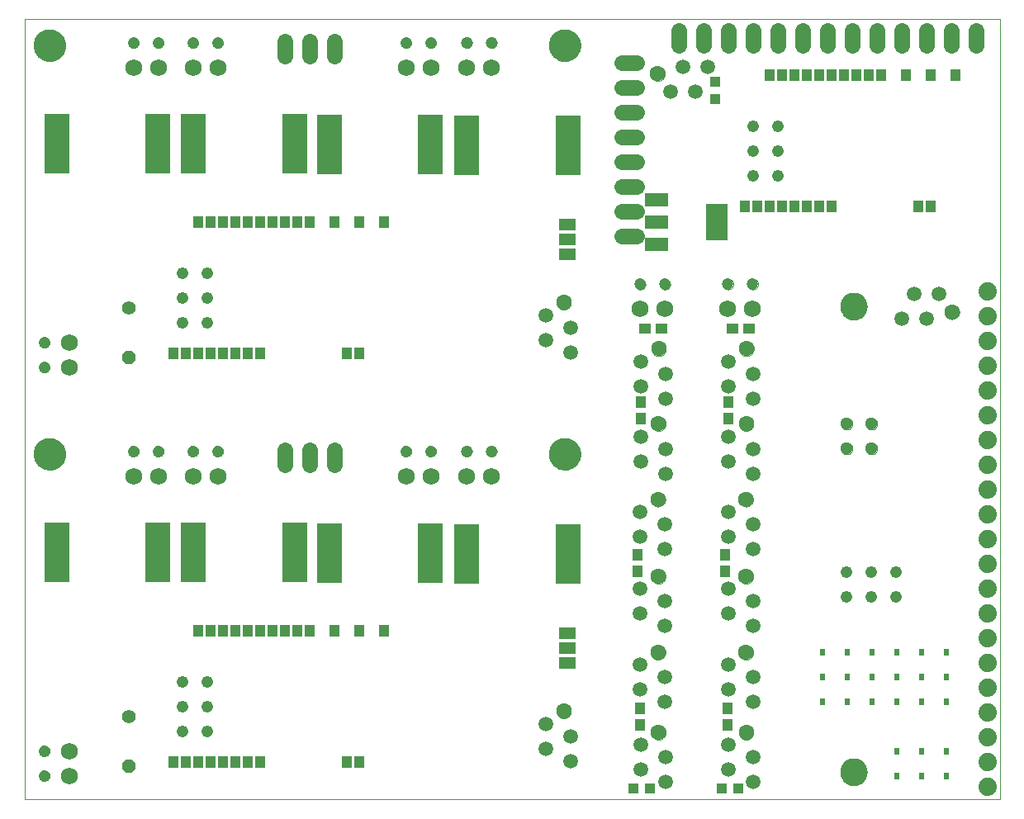
<source format=gbs>
G75*
G70*
%OFA0B0*%
%FSLAX24Y24*%
%IPPOS*%
%LPD*%
%AMOC8*
5,1,8,0,0,1.08239X$1,22.5*
%
%ADD10C,0.0000*%
%ADD11C,0.1300*%
%ADD12C,0.1103*%
%ADD13R,0.0200X0.0300*%
%ADD14R,0.0434X0.0512*%
%ADD15C,0.0476*%
%ADD16C,0.0594*%
%ADD17C,0.0631*%
%ADD18C,0.0690*%
%ADD19C,0.0473*%
%ADD20C,0.0640*%
%ADD21R,0.1024X0.2402*%
%ADD22R,0.0670X0.0500*%
%ADD23OC8,0.0560*%
%ADD24C,0.0560*%
%ADD25R,0.0440X0.0430*%
%ADD26R,0.0920X0.0520*%
%ADD27R,0.0906X0.1457*%
%ADD28C,0.0740*%
%ADD29C,0.0512*%
%ADD30R,0.0434X0.0473*%
%ADD31R,0.0430X0.0440*%
%ADD32R,0.0473X0.0434*%
D10*
X000534Y001683D02*
X000534Y033179D01*
X039904Y033179D01*
X039904Y001683D01*
X000534Y001683D01*
X001116Y002644D02*
X001118Y002673D01*
X001124Y002701D01*
X001133Y002729D01*
X001146Y002755D01*
X001163Y002778D01*
X001182Y002800D01*
X001204Y002819D01*
X001229Y002834D01*
X001255Y002847D01*
X001283Y002855D01*
X001311Y002860D01*
X001340Y002861D01*
X001369Y002858D01*
X001397Y002851D01*
X001424Y002841D01*
X001450Y002827D01*
X001473Y002810D01*
X001494Y002790D01*
X001512Y002767D01*
X001527Y002742D01*
X001538Y002715D01*
X001546Y002687D01*
X001550Y002658D01*
X001550Y002630D01*
X001546Y002601D01*
X001538Y002573D01*
X001527Y002546D01*
X001512Y002521D01*
X001494Y002498D01*
X001473Y002478D01*
X001450Y002461D01*
X001424Y002447D01*
X001397Y002437D01*
X001369Y002430D01*
X001340Y002427D01*
X001311Y002428D01*
X001283Y002433D01*
X001255Y002441D01*
X001229Y002454D01*
X001204Y002469D01*
X001182Y002488D01*
X001163Y002510D01*
X001146Y002533D01*
X001133Y002559D01*
X001124Y002587D01*
X001118Y002615D01*
X001116Y002644D01*
X001116Y003644D02*
X001118Y003673D01*
X001124Y003701D01*
X001133Y003729D01*
X001146Y003755D01*
X001163Y003778D01*
X001182Y003800D01*
X001204Y003819D01*
X001229Y003834D01*
X001255Y003847D01*
X001283Y003855D01*
X001311Y003860D01*
X001340Y003861D01*
X001369Y003858D01*
X001397Y003851D01*
X001424Y003841D01*
X001450Y003827D01*
X001473Y003810D01*
X001494Y003790D01*
X001512Y003767D01*
X001527Y003742D01*
X001538Y003715D01*
X001546Y003687D01*
X001550Y003658D01*
X001550Y003630D01*
X001546Y003601D01*
X001538Y003573D01*
X001527Y003546D01*
X001512Y003521D01*
X001494Y003498D01*
X001473Y003478D01*
X001450Y003461D01*
X001424Y003447D01*
X001397Y003437D01*
X001369Y003430D01*
X001340Y003427D01*
X001311Y003428D01*
X001283Y003433D01*
X001255Y003441D01*
X001229Y003454D01*
X001204Y003469D01*
X001182Y003488D01*
X001163Y003510D01*
X001146Y003533D01*
X001133Y003559D01*
X001124Y003587D01*
X001118Y003615D01*
X001116Y003644D01*
X000926Y015631D02*
X000928Y015681D01*
X000934Y015731D01*
X000944Y015780D01*
X000958Y015828D01*
X000975Y015875D01*
X000996Y015920D01*
X001021Y015964D01*
X001049Y016005D01*
X001081Y016044D01*
X001115Y016081D01*
X001152Y016115D01*
X001192Y016145D01*
X001234Y016172D01*
X001278Y016196D01*
X001324Y016217D01*
X001371Y016233D01*
X001419Y016246D01*
X001469Y016255D01*
X001518Y016260D01*
X001569Y016261D01*
X001619Y016258D01*
X001668Y016251D01*
X001717Y016240D01*
X001765Y016225D01*
X001811Y016207D01*
X001856Y016185D01*
X001899Y016159D01*
X001940Y016130D01*
X001979Y016098D01*
X002015Y016063D01*
X002047Y016025D01*
X002077Y015985D01*
X002104Y015942D01*
X002127Y015898D01*
X002146Y015852D01*
X002162Y015804D01*
X002174Y015755D01*
X002182Y015706D01*
X002186Y015656D01*
X002186Y015606D01*
X002182Y015556D01*
X002174Y015507D01*
X002162Y015458D01*
X002146Y015410D01*
X002127Y015364D01*
X002104Y015320D01*
X002077Y015277D01*
X002047Y015237D01*
X002015Y015199D01*
X001979Y015164D01*
X001940Y015132D01*
X001899Y015103D01*
X001856Y015077D01*
X001811Y015055D01*
X001765Y015037D01*
X001717Y015022D01*
X001668Y015011D01*
X001619Y015004D01*
X001569Y015001D01*
X001518Y015002D01*
X001469Y015007D01*
X001419Y015016D01*
X001371Y015029D01*
X001324Y015045D01*
X001278Y015066D01*
X001234Y015090D01*
X001192Y015117D01*
X001152Y015147D01*
X001115Y015181D01*
X001081Y015218D01*
X001049Y015257D01*
X001021Y015298D01*
X000996Y015342D01*
X000975Y015387D01*
X000958Y015434D01*
X000944Y015482D01*
X000934Y015531D01*
X000928Y015581D01*
X000926Y015631D01*
X001116Y019140D02*
X001118Y019169D01*
X001124Y019197D01*
X001133Y019225D01*
X001146Y019251D01*
X001163Y019274D01*
X001182Y019296D01*
X001204Y019315D01*
X001229Y019330D01*
X001255Y019343D01*
X001283Y019351D01*
X001311Y019356D01*
X001340Y019357D01*
X001369Y019354D01*
X001397Y019347D01*
X001424Y019337D01*
X001450Y019323D01*
X001473Y019306D01*
X001494Y019286D01*
X001512Y019263D01*
X001527Y019238D01*
X001538Y019211D01*
X001546Y019183D01*
X001550Y019154D01*
X001550Y019126D01*
X001546Y019097D01*
X001538Y019069D01*
X001527Y019042D01*
X001512Y019017D01*
X001494Y018994D01*
X001473Y018974D01*
X001450Y018957D01*
X001424Y018943D01*
X001397Y018933D01*
X001369Y018926D01*
X001340Y018923D01*
X001311Y018924D01*
X001283Y018929D01*
X001255Y018937D01*
X001229Y018950D01*
X001204Y018965D01*
X001182Y018984D01*
X001163Y019006D01*
X001146Y019029D01*
X001133Y019055D01*
X001124Y019083D01*
X001118Y019111D01*
X001116Y019140D01*
X001116Y020140D02*
X001118Y020169D01*
X001124Y020197D01*
X001133Y020225D01*
X001146Y020251D01*
X001163Y020274D01*
X001182Y020296D01*
X001204Y020315D01*
X001229Y020330D01*
X001255Y020343D01*
X001283Y020351D01*
X001311Y020356D01*
X001340Y020357D01*
X001369Y020354D01*
X001397Y020347D01*
X001424Y020337D01*
X001450Y020323D01*
X001473Y020306D01*
X001494Y020286D01*
X001512Y020263D01*
X001527Y020238D01*
X001538Y020211D01*
X001546Y020183D01*
X001550Y020154D01*
X001550Y020126D01*
X001546Y020097D01*
X001538Y020069D01*
X001527Y020042D01*
X001512Y020017D01*
X001494Y019994D01*
X001473Y019974D01*
X001450Y019957D01*
X001424Y019943D01*
X001397Y019933D01*
X001369Y019926D01*
X001340Y019923D01*
X001311Y019924D01*
X001283Y019929D01*
X001255Y019937D01*
X001229Y019950D01*
X001204Y019965D01*
X001182Y019984D01*
X001163Y020006D01*
X001146Y020029D01*
X001133Y020055D01*
X001124Y020083D01*
X001118Y020111D01*
X001116Y020140D01*
X004716Y015744D02*
X004718Y015773D01*
X004724Y015801D01*
X004733Y015829D01*
X004746Y015855D01*
X004763Y015878D01*
X004782Y015900D01*
X004804Y015919D01*
X004829Y015934D01*
X004855Y015947D01*
X004883Y015955D01*
X004911Y015960D01*
X004940Y015961D01*
X004969Y015958D01*
X004997Y015951D01*
X005024Y015941D01*
X005050Y015927D01*
X005073Y015910D01*
X005094Y015890D01*
X005112Y015867D01*
X005127Y015842D01*
X005138Y015815D01*
X005146Y015787D01*
X005150Y015758D01*
X005150Y015730D01*
X005146Y015701D01*
X005138Y015673D01*
X005127Y015646D01*
X005112Y015621D01*
X005094Y015598D01*
X005073Y015578D01*
X005050Y015561D01*
X005024Y015547D01*
X004997Y015537D01*
X004969Y015530D01*
X004940Y015527D01*
X004911Y015528D01*
X004883Y015533D01*
X004855Y015541D01*
X004829Y015554D01*
X004804Y015569D01*
X004782Y015588D01*
X004763Y015610D01*
X004746Y015633D01*
X004733Y015659D01*
X004724Y015687D01*
X004718Y015715D01*
X004716Y015744D01*
X005716Y015744D02*
X005718Y015773D01*
X005724Y015801D01*
X005733Y015829D01*
X005746Y015855D01*
X005763Y015878D01*
X005782Y015900D01*
X005804Y015919D01*
X005829Y015934D01*
X005855Y015947D01*
X005883Y015955D01*
X005911Y015960D01*
X005940Y015961D01*
X005969Y015958D01*
X005997Y015951D01*
X006024Y015941D01*
X006050Y015927D01*
X006073Y015910D01*
X006094Y015890D01*
X006112Y015867D01*
X006127Y015842D01*
X006138Y015815D01*
X006146Y015787D01*
X006150Y015758D01*
X006150Y015730D01*
X006146Y015701D01*
X006138Y015673D01*
X006127Y015646D01*
X006112Y015621D01*
X006094Y015598D01*
X006073Y015578D01*
X006050Y015561D01*
X006024Y015547D01*
X005997Y015537D01*
X005969Y015530D01*
X005940Y015527D01*
X005911Y015528D01*
X005883Y015533D01*
X005855Y015541D01*
X005829Y015554D01*
X005804Y015569D01*
X005782Y015588D01*
X005763Y015610D01*
X005746Y015633D01*
X005733Y015659D01*
X005724Y015687D01*
X005718Y015715D01*
X005716Y015744D01*
X007116Y015744D02*
X007118Y015773D01*
X007124Y015801D01*
X007133Y015829D01*
X007146Y015855D01*
X007163Y015878D01*
X007182Y015900D01*
X007204Y015919D01*
X007229Y015934D01*
X007255Y015947D01*
X007283Y015955D01*
X007311Y015960D01*
X007340Y015961D01*
X007369Y015958D01*
X007397Y015951D01*
X007424Y015941D01*
X007450Y015927D01*
X007473Y015910D01*
X007494Y015890D01*
X007512Y015867D01*
X007527Y015842D01*
X007538Y015815D01*
X007546Y015787D01*
X007550Y015758D01*
X007550Y015730D01*
X007546Y015701D01*
X007538Y015673D01*
X007527Y015646D01*
X007512Y015621D01*
X007494Y015598D01*
X007473Y015578D01*
X007450Y015561D01*
X007424Y015547D01*
X007397Y015537D01*
X007369Y015530D01*
X007340Y015527D01*
X007311Y015528D01*
X007283Y015533D01*
X007255Y015541D01*
X007229Y015554D01*
X007204Y015569D01*
X007182Y015588D01*
X007163Y015610D01*
X007146Y015633D01*
X007133Y015659D01*
X007124Y015687D01*
X007118Y015715D01*
X007116Y015744D01*
X008116Y015744D02*
X008118Y015773D01*
X008124Y015801D01*
X008133Y015829D01*
X008146Y015855D01*
X008163Y015878D01*
X008182Y015900D01*
X008204Y015919D01*
X008229Y015934D01*
X008255Y015947D01*
X008283Y015955D01*
X008311Y015960D01*
X008340Y015961D01*
X008369Y015958D01*
X008397Y015951D01*
X008424Y015941D01*
X008450Y015927D01*
X008473Y015910D01*
X008494Y015890D01*
X008512Y015867D01*
X008527Y015842D01*
X008538Y015815D01*
X008546Y015787D01*
X008550Y015758D01*
X008550Y015730D01*
X008546Y015701D01*
X008538Y015673D01*
X008527Y015646D01*
X008512Y015621D01*
X008494Y015598D01*
X008473Y015578D01*
X008450Y015561D01*
X008424Y015547D01*
X008397Y015537D01*
X008369Y015530D01*
X008340Y015527D01*
X008311Y015528D01*
X008283Y015533D01*
X008255Y015541D01*
X008229Y015554D01*
X008204Y015569D01*
X008182Y015588D01*
X008163Y015610D01*
X008146Y015633D01*
X008133Y015659D01*
X008124Y015687D01*
X008118Y015715D01*
X008116Y015744D01*
X015716Y015744D02*
X015718Y015773D01*
X015724Y015801D01*
X015733Y015829D01*
X015746Y015855D01*
X015763Y015878D01*
X015782Y015900D01*
X015804Y015919D01*
X015829Y015934D01*
X015855Y015947D01*
X015883Y015955D01*
X015911Y015960D01*
X015940Y015961D01*
X015969Y015958D01*
X015997Y015951D01*
X016024Y015941D01*
X016050Y015927D01*
X016073Y015910D01*
X016094Y015890D01*
X016112Y015867D01*
X016127Y015842D01*
X016138Y015815D01*
X016146Y015787D01*
X016150Y015758D01*
X016150Y015730D01*
X016146Y015701D01*
X016138Y015673D01*
X016127Y015646D01*
X016112Y015621D01*
X016094Y015598D01*
X016073Y015578D01*
X016050Y015561D01*
X016024Y015547D01*
X015997Y015537D01*
X015969Y015530D01*
X015940Y015527D01*
X015911Y015528D01*
X015883Y015533D01*
X015855Y015541D01*
X015829Y015554D01*
X015804Y015569D01*
X015782Y015588D01*
X015763Y015610D01*
X015746Y015633D01*
X015733Y015659D01*
X015724Y015687D01*
X015718Y015715D01*
X015716Y015744D01*
X016716Y015744D02*
X016718Y015773D01*
X016724Y015801D01*
X016733Y015829D01*
X016746Y015855D01*
X016763Y015878D01*
X016782Y015900D01*
X016804Y015919D01*
X016829Y015934D01*
X016855Y015947D01*
X016883Y015955D01*
X016911Y015960D01*
X016940Y015961D01*
X016969Y015958D01*
X016997Y015951D01*
X017024Y015941D01*
X017050Y015927D01*
X017073Y015910D01*
X017094Y015890D01*
X017112Y015867D01*
X017127Y015842D01*
X017138Y015815D01*
X017146Y015787D01*
X017150Y015758D01*
X017150Y015730D01*
X017146Y015701D01*
X017138Y015673D01*
X017127Y015646D01*
X017112Y015621D01*
X017094Y015598D01*
X017073Y015578D01*
X017050Y015561D01*
X017024Y015547D01*
X016997Y015537D01*
X016969Y015530D01*
X016940Y015527D01*
X016911Y015528D01*
X016883Y015533D01*
X016855Y015541D01*
X016829Y015554D01*
X016804Y015569D01*
X016782Y015588D01*
X016763Y015610D01*
X016746Y015633D01*
X016733Y015659D01*
X016724Y015687D01*
X016718Y015715D01*
X016716Y015744D01*
X018166Y015744D02*
X018168Y015773D01*
X018174Y015801D01*
X018183Y015829D01*
X018196Y015855D01*
X018213Y015878D01*
X018232Y015900D01*
X018254Y015919D01*
X018279Y015934D01*
X018305Y015947D01*
X018333Y015955D01*
X018361Y015960D01*
X018390Y015961D01*
X018419Y015958D01*
X018447Y015951D01*
X018474Y015941D01*
X018500Y015927D01*
X018523Y015910D01*
X018544Y015890D01*
X018562Y015867D01*
X018577Y015842D01*
X018588Y015815D01*
X018596Y015787D01*
X018600Y015758D01*
X018600Y015730D01*
X018596Y015701D01*
X018588Y015673D01*
X018577Y015646D01*
X018562Y015621D01*
X018544Y015598D01*
X018523Y015578D01*
X018500Y015561D01*
X018474Y015547D01*
X018447Y015537D01*
X018419Y015530D01*
X018390Y015527D01*
X018361Y015528D01*
X018333Y015533D01*
X018305Y015541D01*
X018279Y015554D01*
X018254Y015569D01*
X018232Y015588D01*
X018213Y015610D01*
X018196Y015633D01*
X018183Y015659D01*
X018174Y015687D01*
X018168Y015715D01*
X018166Y015744D01*
X019166Y015744D02*
X019168Y015773D01*
X019174Y015801D01*
X019183Y015829D01*
X019196Y015855D01*
X019213Y015878D01*
X019232Y015900D01*
X019254Y015919D01*
X019279Y015934D01*
X019305Y015947D01*
X019333Y015955D01*
X019361Y015960D01*
X019390Y015961D01*
X019419Y015958D01*
X019447Y015951D01*
X019474Y015941D01*
X019500Y015927D01*
X019523Y015910D01*
X019544Y015890D01*
X019562Y015867D01*
X019577Y015842D01*
X019588Y015815D01*
X019596Y015787D01*
X019600Y015758D01*
X019600Y015730D01*
X019596Y015701D01*
X019588Y015673D01*
X019577Y015646D01*
X019562Y015621D01*
X019544Y015598D01*
X019523Y015578D01*
X019500Y015561D01*
X019474Y015547D01*
X019447Y015537D01*
X019419Y015530D01*
X019390Y015527D01*
X019361Y015528D01*
X019333Y015533D01*
X019305Y015541D01*
X019279Y015554D01*
X019254Y015569D01*
X019232Y015588D01*
X019213Y015610D01*
X019196Y015633D01*
X019183Y015659D01*
X019174Y015687D01*
X019168Y015715D01*
X019166Y015744D01*
X021714Y015631D02*
X021716Y015681D01*
X021722Y015731D01*
X021732Y015780D01*
X021746Y015828D01*
X021763Y015875D01*
X021784Y015920D01*
X021809Y015964D01*
X021837Y016005D01*
X021869Y016044D01*
X021903Y016081D01*
X021940Y016115D01*
X021980Y016145D01*
X022022Y016172D01*
X022066Y016196D01*
X022112Y016217D01*
X022159Y016233D01*
X022207Y016246D01*
X022257Y016255D01*
X022306Y016260D01*
X022357Y016261D01*
X022407Y016258D01*
X022456Y016251D01*
X022505Y016240D01*
X022553Y016225D01*
X022599Y016207D01*
X022644Y016185D01*
X022687Y016159D01*
X022728Y016130D01*
X022767Y016098D01*
X022803Y016063D01*
X022835Y016025D01*
X022865Y015985D01*
X022892Y015942D01*
X022915Y015898D01*
X022934Y015852D01*
X022950Y015804D01*
X022962Y015755D01*
X022970Y015706D01*
X022974Y015656D01*
X022974Y015606D01*
X022970Y015556D01*
X022962Y015507D01*
X022950Y015458D01*
X022934Y015410D01*
X022915Y015364D01*
X022892Y015320D01*
X022865Y015277D01*
X022835Y015237D01*
X022803Y015199D01*
X022767Y015164D01*
X022728Y015132D01*
X022687Y015103D01*
X022644Y015077D01*
X022599Y015055D01*
X022553Y015037D01*
X022505Y015022D01*
X022456Y015011D01*
X022407Y015004D01*
X022357Y015001D01*
X022306Y015002D01*
X022257Y015007D01*
X022207Y015016D01*
X022159Y015029D01*
X022112Y015045D01*
X022066Y015066D01*
X022022Y015090D01*
X021980Y015117D01*
X021940Y015147D01*
X021903Y015181D01*
X021869Y015218D01*
X021837Y015257D01*
X021809Y015298D01*
X021784Y015342D01*
X021763Y015387D01*
X021746Y015434D01*
X021732Y015482D01*
X021722Y015531D01*
X021716Y015581D01*
X021714Y015631D01*
X025832Y016853D02*
X025834Y016887D01*
X025840Y016921D01*
X025850Y016954D01*
X025863Y016985D01*
X025881Y017015D01*
X025901Y017043D01*
X025925Y017068D01*
X025951Y017090D01*
X025979Y017108D01*
X026010Y017124D01*
X026042Y017136D01*
X026076Y017144D01*
X026110Y017148D01*
X026144Y017148D01*
X026178Y017144D01*
X026212Y017136D01*
X026244Y017124D01*
X026274Y017108D01*
X026303Y017090D01*
X026329Y017068D01*
X026353Y017043D01*
X026373Y017015D01*
X026391Y016985D01*
X026404Y016954D01*
X026414Y016921D01*
X026420Y016887D01*
X026422Y016853D01*
X026420Y016819D01*
X026414Y016785D01*
X026404Y016752D01*
X026391Y016721D01*
X026373Y016691D01*
X026353Y016663D01*
X026329Y016638D01*
X026303Y016616D01*
X026275Y016598D01*
X026244Y016582D01*
X026212Y016570D01*
X026178Y016562D01*
X026144Y016558D01*
X026110Y016558D01*
X026076Y016562D01*
X026042Y016570D01*
X026010Y016582D01*
X025979Y016598D01*
X025951Y016616D01*
X025925Y016638D01*
X025901Y016663D01*
X025881Y016691D01*
X025863Y016721D01*
X025850Y016752D01*
X025840Y016785D01*
X025834Y016819D01*
X025832Y016853D01*
X025841Y019882D02*
X025843Y019916D01*
X025849Y019950D01*
X025859Y019983D01*
X025872Y020014D01*
X025890Y020044D01*
X025910Y020072D01*
X025934Y020097D01*
X025960Y020119D01*
X025988Y020137D01*
X026019Y020153D01*
X026051Y020165D01*
X026085Y020173D01*
X026119Y020177D01*
X026153Y020177D01*
X026187Y020173D01*
X026221Y020165D01*
X026253Y020153D01*
X026283Y020137D01*
X026312Y020119D01*
X026338Y020097D01*
X026362Y020072D01*
X026382Y020044D01*
X026400Y020014D01*
X026413Y019983D01*
X026423Y019950D01*
X026429Y019916D01*
X026431Y019882D01*
X026429Y019848D01*
X026423Y019814D01*
X026413Y019781D01*
X026400Y019750D01*
X026382Y019720D01*
X026362Y019692D01*
X026338Y019667D01*
X026312Y019645D01*
X026284Y019627D01*
X026253Y019611D01*
X026221Y019599D01*
X026187Y019591D01*
X026153Y019587D01*
X026119Y019587D01*
X026085Y019591D01*
X026051Y019599D01*
X026019Y019611D01*
X025988Y019627D01*
X025960Y019645D01*
X025934Y019667D01*
X025910Y019692D01*
X025890Y019720D01*
X025872Y019750D01*
X025859Y019781D01*
X025849Y019814D01*
X025843Y019848D01*
X025841Y019882D01*
X025168Y022491D02*
X025170Y022520D01*
X025176Y022548D01*
X025185Y022576D01*
X025198Y022602D01*
X025215Y022625D01*
X025234Y022647D01*
X025256Y022666D01*
X025281Y022681D01*
X025307Y022694D01*
X025335Y022702D01*
X025363Y022707D01*
X025392Y022708D01*
X025421Y022705D01*
X025449Y022698D01*
X025476Y022688D01*
X025502Y022674D01*
X025525Y022657D01*
X025546Y022637D01*
X025564Y022614D01*
X025579Y022589D01*
X025590Y022562D01*
X025598Y022534D01*
X025602Y022505D01*
X025602Y022477D01*
X025598Y022448D01*
X025590Y022420D01*
X025579Y022393D01*
X025564Y022368D01*
X025546Y022345D01*
X025525Y022325D01*
X025502Y022308D01*
X025476Y022294D01*
X025449Y022284D01*
X025421Y022277D01*
X025392Y022274D01*
X025363Y022275D01*
X025335Y022280D01*
X025307Y022288D01*
X025281Y022301D01*
X025256Y022316D01*
X025234Y022335D01*
X025215Y022357D01*
X025198Y022380D01*
X025185Y022406D01*
X025176Y022434D01*
X025170Y022462D01*
X025168Y022491D01*
X026168Y022491D02*
X026170Y022520D01*
X026176Y022548D01*
X026185Y022576D01*
X026198Y022602D01*
X026215Y022625D01*
X026234Y022647D01*
X026256Y022666D01*
X026281Y022681D01*
X026307Y022694D01*
X026335Y022702D01*
X026363Y022707D01*
X026392Y022708D01*
X026421Y022705D01*
X026449Y022698D01*
X026476Y022688D01*
X026502Y022674D01*
X026525Y022657D01*
X026546Y022637D01*
X026564Y022614D01*
X026579Y022589D01*
X026590Y022562D01*
X026598Y022534D01*
X026602Y022505D01*
X026602Y022477D01*
X026598Y022448D01*
X026590Y022420D01*
X026579Y022393D01*
X026564Y022368D01*
X026546Y022345D01*
X026525Y022325D01*
X026502Y022308D01*
X026476Y022294D01*
X026449Y022284D01*
X026421Y022277D01*
X026392Y022274D01*
X026363Y022275D01*
X026335Y022280D01*
X026307Y022288D01*
X026281Y022301D01*
X026256Y022316D01*
X026234Y022335D01*
X026215Y022357D01*
X026198Y022380D01*
X026185Y022406D01*
X026176Y022434D01*
X026170Y022462D01*
X026168Y022491D01*
X028711Y022491D02*
X028713Y022520D01*
X028719Y022548D01*
X028728Y022576D01*
X028741Y022602D01*
X028758Y022625D01*
X028777Y022647D01*
X028799Y022666D01*
X028824Y022681D01*
X028850Y022694D01*
X028878Y022702D01*
X028906Y022707D01*
X028935Y022708D01*
X028964Y022705D01*
X028992Y022698D01*
X029019Y022688D01*
X029045Y022674D01*
X029068Y022657D01*
X029089Y022637D01*
X029107Y022614D01*
X029122Y022589D01*
X029133Y022562D01*
X029141Y022534D01*
X029145Y022505D01*
X029145Y022477D01*
X029141Y022448D01*
X029133Y022420D01*
X029122Y022393D01*
X029107Y022368D01*
X029089Y022345D01*
X029068Y022325D01*
X029045Y022308D01*
X029019Y022294D01*
X028992Y022284D01*
X028964Y022277D01*
X028935Y022274D01*
X028906Y022275D01*
X028878Y022280D01*
X028850Y022288D01*
X028824Y022301D01*
X028799Y022316D01*
X028777Y022335D01*
X028758Y022357D01*
X028741Y022380D01*
X028728Y022406D01*
X028719Y022434D01*
X028713Y022462D01*
X028711Y022491D01*
X029711Y022491D02*
X029713Y022520D01*
X029719Y022548D01*
X029728Y022576D01*
X029741Y022602D01*
X029758Y022625D01*
X029777Y022647D01*
X029799Y022666D01*
X029824Y022681D01*
X029850Y022694D01*
X029878Y022702D01*
X029906Y022707D01*
X029935Y022708D01*
X029964Y022705D01*
X029992Y022698D01*
X030019Y022688D01*
X030045Y022674D01*
X030068Y022657D01*
X030089Y022637D01*
X030107Y022614D01*
X030122Y022589D01*
X030133Y022562D01*
X030141Y022534D01*
X030145Y022505D01*
X030145Y022477D01*
X030141Y022448D01*
X030133Y022420D01*
X030122Y022393D01*
X030107Y022368D01*
X030089Y022345D01*
X030068Y022325D01*
X030045Y022308D01*
X030019Y022294D01*
X029992Y022284D01*
X029964Y022277D01*
X029935Y022274D01*
X029906Y022275D01*
X029878Y022280D01*
X029850Y022288D01*
X029824Y022301D01*
X029799Y022316D01*
X029777Y022335D01*
X029758Y022357D01*
X029741Y022380D01*
X029728Y022406D01*
X029719Y022434D01*
X029713Y022462D01*
X029711Y022491D01*
X029385Y019882D02*
X029387Y019916D01*
X029393Y019950D01*
X029403Y019983D01*
X029416Y020014D01*
X029434Y020044D01*
X029454Y020072D01*
X029478Y020097D01*
X029504Y020119D01*
X029532Y020137D01*
X029563Y020153D01*
X029595Y020165D01*
X029629Y020173D01*
X029663Y020177D01*
X029697Y020177D01*
X029731Y020173D01*
X029765Y020165D01*
X029797Y020153D01*
X029827Y020137D01*
X029856Y020119D01*
X029882Y020097D01*
X029906Y020072D01*
X029926Y020044D01*
X029944Y020014D01*
X029957Y019983D01*
X029967Y019950D01*
X029973Y019916D01*
X029975Y019882D01*
X029973Y019848D01*
X029967Y019814D01*
X029957Y019781D01*
X029944Y019750D01*
X029926Y019720D01*
X029906Y019692D01*
X029882Y019667D01*
X029856Y019645D01*
X029828Y019627D01*
X029797Y019611D01*
X029765Y019599D01*
X029731Y019591D01*
X029697Y019587D01*
X029663Y019587D01*
X029629Y019591D01*
X029595Y019599D01*
X029563Y019611D01*
X029532Y019627D01*
X029504Y019645D01*
X029478Y019667D01*
X029454Y019692D01*
X029434Y019720D01*
X029416Y019750D01*
X029403Y019781D01*
X029393Y019814D01*
X029387Y019848D01*
X029385Y019882D01*
X029376Y016853D02*
X029378Y016887D01*
X029384Y016921D01*
X029394Y016954D01*
X029407Y016985D01*
X029425Y017015D01*
X029445Y017043D01*
X029469Y017068D01*
X029495Y017090D01*
X029523Y017108D01*
X029554Y017124D01*
X029586Y017136D01*
X029620Y017144D01*
X029654Y017148D01*
X029688Y017148D01*
X029722Y017144D01*
X029756Y017136D01*
X029788Y017124D01*
X029818Y017108D01*
X029847Y017090D01*
X029873Y017068D01*
X029897Y017043D01*
X029917Y017015D01*
X029935Y016985D01*
X029948Y016954D01*
X029958Y016921D01*
X029964Y016887D01*
X029966Y016853D01*
X029964Y016819D01*
X029958Y016785D01*
X029948Y016752D01*
X029935Y016721D01*
X029917Y016691D01*
X029897Y016663D01*
X029873Y016638D01*
X029847Y016616D01*
X029819Y016598D01*
X029788Y016582D01*
X029756Y016570D01*
X029722Y016562D01*
X029688Y016558D01*
X029654Y016558D01*
X029620Y016562D01*
X029586Y016570D01*
X029554Y016582D01*
X029523Y016598D01*
X029495Y016616D01*
X029469Y016638D01*
X029445Y016663D01*
X029425Y016691D01*
X029407Y016721D01*
X029394Y016752D01*
X029384Y016785D01*
X029378Y016819D01*
X029376Y016853D01*
X029359Y013804D02*
X029361Y013838D01*
X029367Y013872D01*
X029377Y013905D01*
X029390Y013936D01*
X029408Y013966D01*
X029428Y013994D01*
X029452Y014019D01*
X029478Y014041D01*
X029506Y014059D01*
X029537Y014075D01*
X029569Y014087D01*
X029603Y014095D01*
X029637Y014099D01*
X029671Y014099D01*
X029705Y014095D01*
X029739Y014087D01*
X029771Y014075D01*
X029801Y014059D01*
X029830Y014041D01*
X029856Y014019D01*
X029880Y013994D01*
X029900Y013966D01*
X029918Y013936D01*
X029931Y013905D01*
X029941Y013872D01*
X029947Y013838D01*
X029949Y013804D01*
X029947Y013770D01*
X029941Y013736D01*
X029931Y013703D01*
X029918Y013672D01*
X029900Y013642D01*
X029880Y013614D01*
X029856Y013589D01*
X029830Y013567D01*
X029802Y013549D01*
X029771Y013533D01*
X029739Y013521D01*
X029705Y013513D01*
X029671Y013509D01*
X029637Y013509D01*
X029603Y013513D01*
X029569Y013521D01*
X029537Y013533D01*
X029506Y013549D01*
X029478Y013567D01*
X029452Y013589D01*
X029428Y013614D01*
X029408Y013642D01*
X029390Y013672D01*
X029377Y013703D01*
X029367Y013736D01*
X029361Y013770D01*
X029359Y013804D01*
X025816Y013804D02*
X025818Y013838D01*
X025824Y013872D01*
X025834Y013905D01*
X025847Y013936D01*
X025865Y013966D01*
X025885Y013994D01*
X025909Y014019D01*
X025935Y014041D01*
X025963Y014059D01*
X025994Y014075D01*
X026026Y014087D01*
X026060Y014095D01*
X026094Y014099D01*
X026128Y014099D01*
X026162Y014095D01*
X026196Y014087D01*
X026228Y014075D01*
X026258Y014059D01*
X026287Y014041D01*
X026313Y014019D01*
X026337Y013994D01*
X026357Y013966D01*
X026375Y013936D01*
X026388Y013905D01*
X026398Y013872D01*
X026404Y013838D01*
X026406Y013804D01*
X026404Y013770D01*
X026398Y013736D01*
X026388Y013703D01*
X026375Y013672D01*
X026357Y013642D01*
X026337Y013614D01*
X026313Y013589D01*
X026287Y013567D01*
X026259Y013549D01*
X026228Y013533D01*
X026196Y013521D01*
X026162Y013513D01*
X026128Y013509D01*
X026094Y013509D01*
X026060Y013513D01*
X026026Y013521D01*
X025994Y013533D01*
X025963Y013549D01*
X025935Y013567D01*
X025909Y013589D01*
X025885Y013614D01*
X025865Y013642D01*
X025847Y013672D01*
X025834Y013703D01*
X025824Y013736D01*
X025818Y013770D01*
X025816Y013804D01*
X025826Y010694D02*
X025828Y010728D01*
X025834Y010762D01*
X025844Y010795D01*
X025857Y010826D01*
X025875Y010856D01*
X025895Y010884D01*
X025919Y010909D01*
X025945Y010931D01*
X025973Y010949D01*
X026004Y010965D01*
X026036Y010977D01*
X026070Y010985D01*
X026104Y010989D01*
X026138Y010989D01*
X026172Y010985D01*
X026206Y010977D01*
X026238Y010965D01*
X026268Y010949D01*
X026297Y010931D01*
X026323Y010909D01*
X026347Y010884D01*
X026367Y010856D01*
X026385Y010826D01*
X026398Y010795D01*
X026408Y010762D01*
X026414Y010728D01*
X026416Y010694D01*
X026414Y010660D01*
X026408Y010626D01*
X026398Y010593D01*
X026385Y010562D01*
X026367Y010532D01*
X026347Y010504D01*
X026323Y010479D01*
X026297Y010457D01*
X026269Y010439D01*
X026238Y010423D01*
X026206Y010411D01*
X026172Y010403D01*
X026138Y010399D01*
X026104Y010399D01*
X026070Y010403D01*
X026036Y010411D01*
X026004Y010423D01*
X025973Y010439D01*
X025945Y010457D01*
X025919Y010479D01*
X025895Y010504D01*
X025875Y010532D01*
X025857Y010562D01*
X025844Y010593D01*
X025834Y010626D01*
X025828Y010660D01*
X025826Y010694D01*
X025818Y007623D02*
X025820Y007657D01*
X025826Y007691D01*
X025836Y007724D01*
X025849Y007755D01*
X025867Y007785D01*
X025887Y007813D01*
X025911Y007838D01*
X025937Y007860D01*
X025965Y007878D01*
X025996Y007894D01*
X026028Y007906D01*
X026062Y007914D01*
X026096Y007918D01*
X026130Y007918D01*
X026164Y007914D01*
X026198Y007906D01*
X026230Y007894D01*
X026260Y007878D01*
X026289Y007860D01*
X026315Y007838D01*
X026339Y007813D01*
X026359Y007785D01*
X026377Y007755D01*
X026390Y007724D01*
X026400Y007691D01*
X026406Y007657D01*
X026408Y007623D01*
X026406Y007589D01*
X026400Y007555D01*
X026390Y007522D01*
X026377Y007491D01*
X026359Y007461D01*
X026339Y007433D01*
X026315Y007408D01*
X026289Y007386D01*
X026261Y007368D01*
X026230Y007352D01*
X026198Y007340D01*
X026164Y007332D01*
X026130Y007328D01*
X026096Y007328D01*
X026062Y007332D01*
X026028Y007340D01*
X025996Y007352D01*
X025965Y007368D01*
X025937Y007386D01*
X025911Y007408D01*
X025887Y007433D01*
X025867Y007461D01*
X025849Y007491D01*
X025836Y007522D01*
X025826Y007555D01*
X025820Y007589D01*
X025818Y007623D01*
X022009Y005254D02*
X022011Y005288D01*
X022017Y005322D01*
X022027Y005355D01*
X022040Y005386D01*
X022058Y005416D01*
X022078Y005444D01*
X022102Y005469D01*
X022128Y005491D01*
X022156Y005509D01*
X022187Y005525D01*
X022219Y005537D01*
X022253Y005545D01*
X022287Y005549D01*
X022321Y005549D01*
X022355Y005545D01*
X022389Y005537D01*
X022421Y005525D01*
X022451Y005509D01*
X022480Y005491D01*
X022506Y005469D01*
X022530Y005444D01*
X022550Y005416D01*
X022568Y005386D01*
X022581Y005355D01*
X022591Y005322D01*
X022597Y005288D01*
X022599Y005254D01*
X022597Y005220D01*
X022591Y005186D01*
X022581Y005153D01*
X022568Y005122D01*
X022550Y005092D01*
X022530Y005064D01*
X022506Y005039D01*
X022480Y005017D01*
X022452Y004999D01*
X022421Y004983D01*
X022389Y004971D01*
X022355Y004963D01*
X022321Y004959D01*
X022287Y004959D01*
X022253Y004963D01*
X022219Y004971D01*
X022187Y004983D01*
X022156Y004999D01*
X022128Y005017D01*
X022102Y005039D01*
X022078Y005064D01*
X022058Y005092D01*
X022040Y005122D01*
X022027Y005153D01*
X022017Y005186D01*
X022011Y005220D01*
X022009Y005254D01*
X025828Y004395D02*
X025830Y004429D01*
X025836Y004463D01*
X025846Y004496D01*
X025859Y004527D01*
X025877Y004557D01*
X025897Y004585D01*
X025921Y004610D01*
X025947Y004632D01*
X025975Y004650D01*
X026006Y004666D01*
X026038Y004678D01*
X026072Y004686D01*
X026106Y004690D01*
X026140Y004690D01*
X026174Y004686D01*
X026208Y004678D01*
X026240Y004666D01*
X026270Y004650D01*
X026299Y004632D01*
X026325Y004610D01*
X026349Y004585D01*
X026369Y004557D01*
X026387Y004527D01*
X026400Y004496D01*
X026410Y004463D01*
X026416Y004429D01*
X026418Y004395D01*
X026416Y004361D01*
X026410Y004327D01*
X026400Y004294D01*
X026387Y004263D01*
X026369Y004233D01*
X026349Y004205D01*
X026325Y004180D01*
X026299Y004158D01*
X026271Y004140D01*
X026240Y004124D01*
X026208Y004112D01*
X026174Y004104D01*
X026140Y004100D01*
X026106Y004100D01*
X026072Y004104D01*
X026038Y004112D01*
X026006Y004124D01*
X025975Y004140D01*
X025947Y004158D01*
X025921Y004180D01*
X025897Y004205D01*
X025877Y004233D01*
X025859Y004263D01*
X025846Y004294D01*
X025836Y004327D01*
X025830Y004361D01*
X025828Y004395D01*
X029372Y004395D02*
X029374Y004429D01*
X029380Y004463D01*
X029390Y004496D01*
X029403Y004527D01*
X029421Y004557D01*
X029441Y004585D01*
X029465Y004610D01*
X029491Y004632D01*
X029519Y004650D01*
X029550Y004666D01*
X029582Y004678D01*
X029616Y004686D01*
X029650Y004690D01*
X029684Y004690D01*
X029718Y004686D01*
X029752Y004678D01*
X029784Y004666D01*
X029814Y004650D01*
X029843Y004632D01*
X029869Y004610D01*
X029893Y004585D01*
X029913Y004557D01*
X029931Y004527D01*
X029944Y004496D01*
X029954Y004463D01*
X029960Y004429D01*
X029962Y004395D01*
X029960Y004361D01*
X029954Y004327D01*
X029944Y004294D01*
X029931Y004263D01*
X029913Y004233D01*
X029893Y004205D01*
X029869Y004180D01*
X029843Y004158D01*
X029815Y004140D01*
X029784Y004124D01*
X029752Y004112D01*
X029718Y004104D01*
X029684Y004100D01*
X029650Y004100D01*
X029616Y004104D01*
X029582Y004112D01*
X029550Y004124D01*
X029519Y004140D01*
X029491Y004158D01*
X029465Y004180D01*
X029441Y004205D01*
X029421Y004233D01*
X029403Y004263D01*
X029390Y004294D01*
X029380Y004327D01*
X029374Y004361D01*
X029372Y004395D01*
X029362Y007623D02*
X029364Y007657D01*
X029370Y007691D01*
X029380Y007724D01*
X029393Y007755D01*
X029411Y007785D01*
X029431Y007813D01*
X029455Y007838D01*
X029481Y007860D01*
X029509Y007878D01*
X029540Y007894D01*
X029572Y007906D01*
X029606Y007914D01*
X029640Y007918D01*
X029674Y007918D01*
X029708Y007914D01*
X029742Y007906D01*
X029774Y007894D01*
X029804Y007878D01*
X029833Y007860D01*
X029859Y007838D01*
X029883Y007813D01*
X029903Y007785D01*
X029921Y007755D01*
X029934Y007724D01*
X029944Y007691D01*
X029950Y007657D01*
X029952Y007623D01*
X029950Y007589D01*
X029944Y007555D01*
X029934Y007522D01*
X029921Y007491D01*
X029903Y007461D01*
X029883Y007433D01*
X029859Y007408D01*
X029833Y007386D01*
X029805Y007368D01*
X029774Y007352D01*
X029742Y007340D01*
X029708Y007332D01*
X029674Y007328D01*
X029640Y007328D01*
X029606Y007332D01*
X029572Y007340D01*
X029540Y007352D01*
X029509Y007368D01*
X029481Y007386D01*
X029455Y007408D01*
X029431Y007433D01*
X029411Y007461D01*
X029393Y007491D01*
X029380Y007522D01*
X029370Y007555D01*
X029364Y007589D01*
X029362Y007623D01*
X029369Y010694D02*
X029371Y010728D01*
X029377Y010762D01*
X029387Y010795D01*
X029400Y010826D01*
X029418Y010856D01*
X029438Y010884D01*
X029462Y010909D01*
X029488Y010931D01*
X029516Y010949D01*
X029547Y010965D01*
X029579Y010977D01*
X029613Y010985D01*
X029647Y010989D01*
X029681Y010989D01*
X029715Y010985D01*
X029749Y010977D01*
X029781Y010965D01*
X029811Y010949D01*
X029840Y010931D01*
X029866Y010909D01*
X029890Y010884D01*
X029910Y010856D01*
X029928Y010826D01*
X029941Y010795D01*
X029951Y010762D01*
X029957Y010728D01*
X029959Y010694D01*
X029957Y010660D01*
X029951Y010626D01*
X029941Y010593D01*
X029928Y010562D01*
X029910Y010532D01*
X029890Y010504D01*
X029866Y010479D01*
X029840Y010457D01*
X029812Y010439D01*
X029781Y010423D01*
X029749Y010411D01*
X029715Y010403D01*
X029681Y010399D01*
X029647Y010399D01*
X029613Y010403D01*
X029579Y010411D01*
X029547Y010423D01*
X029516Y010439D01*
X029488Y010457D01*
X029462Y010479D01*
X029438Y010504D01*
X029418Y010532D01*
X029400Y010562D01*
X029387Y010593D01*
X029377Y010626D01*
X029371Y010660D01*
X029369Y010694D01*
X033489Y015853D02*
X033491Y015883D01*
X033497Y015913D01*
X033506Y015942D01*
X033519Y015969D01*
X033536Y015994D01*
X033555Y016017D01*
X033578Y016038D01*
X033603Y016055D01*
X033629Y016069D01*
X033658Y016079D01*
X033687Y016086D01*
X033717Y016089D01*
X033748Y016088D01*
X033778Y016083D01*
X033807Y016074D01*
X033834Y016062D01*
X033860Y016047D01*
X033884Y016028D01*
X033905Y016006D01*
X033923Y015982D01*
X033938Y015955D01*
X033949Y015927D01*
X033957Y015898D01*
X033961Y015868D01*
X033961Y015838D01*
X033957Y015808D01*
X033949Y015779D01*
X033938Y015751D01*
X033923Y015724D01*
X033905Y015700D01*
X033884Y015678D01*
X033860Y015659D01*
X033834Y015644D01*
X033807Y015632D01*
X033778Y015623D01*
X033748Y015618D01*
X033717Y015617D01*
X033687Y015620D01*
X033658Y015627D01*
X033629Y015637D01*
X033603Y015651D01*
X033578Y015668D01*
X033555Y015689D01*
X033536Y015712D01*
X033519Y015737D01*
X033506Y015764D01*
X033497Y015793D01*
X033491Y015823D01*
X033489Y015853D01*
X033489Y016853D02*
X033491Y016883D01*
X033497Y016913D01*
X033506Y016942D01*
X033519Y016969D01*
X033536Y016994D01*
X033555Y017017D01*
X033578Y017038D01*
X033603Y017055D01*
X033629Y017069D01*
X033658Y017079D01*
X033687Y017086D01*
X033717Y017089D01*
X033748Y017088D01*
X033778Y017083D01*
X033807Y017074D01*
X033834Y017062D01*
X033860Y017047D01*
X033884Y017028D01*
X033905Y017006D01*
X033923Y016982D01*
X033938Y016955D01*
X033949Y016927D01*
X033957Y016898D01*
X033961Y016868D01*
X033961Y016838D01*
X033957Y016808D01*
X033949Y016779D01*
X033938Y016751D01*
X033923Y016724D01*
X033905Y016700D01*
X033884Y016678D01*
X033860Y016659D01*
X033834Y016644D01*
X033807Y016632D01*
X033778Y016623D01*
X033748Y016618D01*
X033717Y016617D01*
X033687Y016620D01*
X033658Y016627D01*
X033629Y016637D01*
X033603Y016651D01*
X033578Y016668D01*
X033555Y016689D01*
X033536Y016712D01*
X033519Y016737D01*
X033506Y016764D01*
X033497Y016793D01*
X033491Y016823D01*
X033489Y016853D01*
X034489Y016853D02*
X034491Y016883D01*
X034497Y016913D01*
X034506Y016942D01*
X034519Y016969D01*
X034536Y016994D01*
X034555Y017017D01*
X034578Y017038D01*
X034603Y017055D01*
X034629Y017069D01*
X034658Y017079D01*
X034687Y017086D01*
X034717Y017089D01*
X034748Y017088D01*
X034778Y017083D01*
X034807Y017074D01*
X034834Y017062D01*
X034860Y017047D01*
X034884Y017028D01*
X034905Y017006D01*
X034923Y016982D01*
X034938Y016955D01*
X034949Y016927D01*
X034957Y016898D01*
X034961Y016868D01*
X034961Y016838D01*
X034957Y016808D01*
X034949Y016779D01*
X034938Y016751D01*
X034923Y016724D01*
X034905Y016700D01*
X034884Y016678D01*
X034860Y016659D01*
X034834Y016644D01*
X034807Y016632D01*
X034778Y016623D01*
X034748Y016618D01*
X034717Y016617D01*
X034687Y016620D01*
X034658Y016627D01*
X034629Y016637D01*
X034603Y016651D01*
X034578Y016668D01*
X034555Y016689D01*
X034536Y016712D01*
X034519Y016737D01*
X034506Y016764D01*
X034497Y016793D01*
X034491Y016823D01*
X034489Y016853D01*
X034489Y015853D02*
X034491Y015883D01*
X034497Y015913D01*
X034506Y015942D01*
X034519Y015969D01*
X034536Y015994D01*
X034555Y016017D01*
X034578Y016038D01*
X034603Y016055D01*
X034629Y016069D01*
X034658Y016079D01*
X034687Y016086D01*
X034717Y016089D01*
X034748Y016088D01*
X034778Y016083D01*
X034807Y016074D01*
X034834Y016062D01*
X034860Y016047D01*
X034884Y016028D01*
X034905Y016006D01*
X034923Y015982D01*
X034938Y015955D01*
X034949Y015927D01*
X034957Y015898D01*
X034961Y015868D01*
X034961Y015838D01*
X034957Y015808D01*
X034949Y015779D01*
X034938Y015751D01*
X034923Y015724D01*
X034905Y015700D01*
X034884Y015678D01*
X034860Y015659D01*
X034834Y015644D01*
X034807Y015632D01*
X034778Y015623D01*
X034748Y015618D01*
X034717Y015617D01*
X034687Y015620D01*
X034658Y015627D01*
X034629Y015637D01*
X034603Y015651D01*
X034578Y015668D01*
X034555Y015689D01*
X034536Y015712D01*
X034519Y015737D01*
X034506Y015764D01*
X034497Y015793D01*
X034491Y015823D01*
X034489Y015853D01*
X033474Y021583D02*
X033476Y021629D01*
X033482Y021674D01*
X033492Y021719D01*
X033505Y021762D01*
X033522Y021805D01*
X033543Y021845D01*
X033567Y021884D01*
X033595Y021920D01*
X033626Y021954D01*
X033659Y021986D01*
X033695Y022014D01*
X033733Y022039D01*
X033773Y022061D01*
X033815Y022079D01*
X033858Y022093D01*
X033903Y022104D01*
X033948Y022111D01*
X033994Y022114D01*
X034039Y022113D01*
X034085Y022108D01*
X034130Y022099D01*
X034173Y022087D01*
X034216Y022070D01*
X034257Y022050D01*
X034296Y022027D01*
X034334Y022000D01*
X034368Y021970D01*
X034400Y021938D01*
X034429Y021902D01*
X034455Y021865D01*
X034478Y021825D01*
X034497Y021784D01*
X034512Y021741D01*
X034524Y021696D01*
X034532Y021651D01*
X034536Y021606D01*
X034536Y021560D01*
X034532Y021515D01*
X034524Y021470D01*
X034512Y021425D01*
X034497Y021382D01*
X034478Y021341D01*
X034455Y021301D01*
X034429Y021264D01*
X034400Y021228D01*
X034368Y021196D01*
X034334Y021166D01*
X034296Y021139D01*
X034257Y021116D01*
X034216Y021096D01*
X034173Y021079D01*
X034130Y021067D01*
X034085Y021058D01*
X034039Y021053D01*
X033994Y021052D01*
X033948Y021055D01*
X033903Y021062D01*
X033858Y021073D01*
X033815Y021087D01*
X033773Y021105D01*
X033733Y021127D01*
X033695Y021152D01*
X033659Y021180D01*
X033626Y021212D01*
X033595Y021246D01*
X033567Y021282D01*
X033543Y021321D01*
X033522Y021361D01*
X033505Y021404D01*
X033492Y021447D01*
X033482Y021492D01*
X033476Y021537D01*
X033474Y021583D01*
X037679Y021372D02*
X037681Y021406D01*
X037687Y021440D01*
X037697Y021473D01*
X037710Y021504D01*
X037728Y021534D01*
X037748Y021562D01*
X037772Y021587D01*
X037798Y021609D01*
X037826Y021627D01*
X037857Y021643D01*
X037889Y021655D01*
X037923Y021663D01*
X037957Y021667D01*
X037991Y021667D01*
X038025Y021663D01*
X038059Y021655D01*
X038091Y021643D01*
X038121Y021627D01*
X038150Y021609D01*
X038176Y021587D01*
X038200Y021562D01*
X038220Y021534D01*
X038238Y021504D01*
X038251Y021473D01*
X038261Y021440D01*
X038267Y021406D01*
X038269Y021372D01*
X038267Y021338D01*
X038261Y021304D01*
X038251Y021271D01*
X038238Y021240D01*
X038220Y021210D01*
X038200Y021182D01*
X038176Y021157D01*
X038150Y021135D01*
X038122Y021117D01*
X038091Y021101D01*
X038059Y021089D01*
X038025Y021081D01*
X037991Y021077D01*
X037957Y021077D01*
X037923Y021081D01*
X037889Y021089D01*
X037857Y021101D01*
X037826Y021117D01*
X037798Y021135D01*
X037772Y021157D01*
X037748Y021182D01*
X037728Y021210D01*
X037710Y021240D01*
X037697Y021271D01*
X037687Y021304D01*
X037681Y021338D01*
X037679Y021372D01*
X025803Y030989D02*
X025805Y031023D01*
X025811Y031057D01*
X025821Y031090D01*
X025834Y031121D01*
X025852Y031151D01*
X025872Y031179D01*
X025896Y031204D01*
X025922Y031226D01*
X025950Y031244D01*
X025981Y031260D01*
X026013Y031272D01*
X026047Y031280D01*
X026081Y031284D01*
X026115Y031284D01*
X026149Y031280D01*
X026183Y031272D01*
X026215Y031260D01*
X026245Y031244D01*
X026274Y031226D01*
X026300Y031204D01*
X026324Y031179D01*
X026344Y031151D01*
X026362Y031121D01*
X026375Y031090D01*
X026385Y031057D01*
X026391Y031023D01*
X026393Y030989D01*
X026391Y030955D01*
X026385Y030921D01*
X026375Y030888D01*
X026362Y030857D01*
X026344Y030827D01*
X026324Y030799D01*
X026300Y030774D01*
X026274Y030752D01*
X026246Y030734D01*
X026215Y030718D01*
X026183Y030706D01*
X026149Y030698D01*
X026115Y030694D01*
X026081Y030694D01*
X026047Y030698D01*
X026013Y030706D01*
X025981Y030718D01*
X025950Y030734D01*
X025922Y030752D01*
X025896Y030774D01*
X025872Y030799D01*
X025852Y030827D01*
X025834Y030857D01*
X025821Y030888D01*
X025811Y030921D01*
X025805Y030955D01*
X025803Y030989D01*
X021714Y032127D02*
X021716Y032177D01*
X021722Y032227D01*
X021732Y032276D01*
X021746Y032324D01*
X021763Y032371D01*
X021784Y032416D01*
X021809Y032460D01*
X021837Y032501D01*
X021869Y032540D01*
X021903Y032577D01*
X021940Y032611D01*
X021980Y032641D01*
X022022Y032668D01*
X022066Y032692D01*
X022112Y032713D01*
X022159Y032729D01*
X022207Y032742D01*
X022257Y032751D01*
X022306Y032756D01*
X022357Y032757D01*
X022407Y032754D01*
X022456Y032747D01*
X022505Y032736D01*
X022553Y032721D01*
X022599Y032703D01*
X022644Y032681D01*
X022687Y032655D01*
X022728Y032626D01*
X022767Y032594D01*
X022803Y032559D01*
X022835Y032521D01*
X022865Y032481D01*
X022892Y032438D01*
X022915Y032394D01*
X022934Y032348D01*
X022950Y032300D01*
X022962Y032251D01*
X022970Y032202D01*
X022974Y032152D01*
X022974Y032102D01*
X022970Y032052D01*
X022962Y032003D01*
X022950Y031954D01*
X022934Y031906D01*
X022915Y031860D01*
X022892Y031816D01*
X022865Y031773D01*
X022835Y031733D01*
X022803Y031695D01*
X022767Y031660D01*
X022728Y031628D01*
X022687Y031599D01*
X022644Y031573D01*
X022599Y031551D01*
X022553Y031533D01*
X022505Y031518D01*
X022456Y031507D01*
X022407Y031500D01*
X022357Y031497D01*
X022306Y031498D01*
X022257Y031503D01*
X022207Y031512D01*
X022159Y031525D01*
X022112Y031541D01*
X022066Y031562D01*
X022022Y031586D01*
X021980Y031613D01*
X021940Y031643D01*
X021903Y031677D01*
X021869Y031714D01*
X021837Y031753D01*
X021809Y031794D01*
X021784Y031838D01*
X021763Y031883D01*
X021746Y031930D01*
X021732Y031978D01*
X021722Y032027D01*
X021716Y032077D01*
X021714Y032127D01*
X019166Y032240D02*
X019168Y032269D01*
X019174Y032297D01*
X019183Y032325D01*
X019196Y032351D01*
X019213Y032374D01*
X019232Y032396D01*
X019254Y032415D01*
X019279Y032430D01*
X019305Y032443D01*
X019333Y032451D01*
X019361Y032456D01*
X019390Y032457D01*
X019419Y032454D01*
X019447Y032447D01*
X019474Y032437D01*
X019500Y032423D01*
X019523Y032406D01*
X019544Y032386D01*
X019562Y032363D01*
X019577Y032338D01*
X019588Y032311D01*
X019596Y032283D01*
X019600Y032254D01*
X019600Y032226D01*
X019596Y032197D01*
X019588Y032169D01*
X019577Y032142D01*
X019562Y032117D01*
X019544Y032094D01*
X019523Y032074D01*
X019500Y032057D01*
X019474Y032043D01*
X019447Y032033D01*
X019419Y032026D01*
X019390Y032023D01*
X019361Y032024D01*
X019333Y032029D01*
X019305Y032037D01*
X019279Y032050D01*
X019254Y032065D01*
X019232Y032084D01*
X019213Y032106D01*
X019196Y032129D01*
X019183Y032155D01*
X019174Y032183D01*
X019168Y032211D01*
X019166Y032240D01*
X018166Y032240D02*
X018168Y032269D01*
X018174Y032297D01*
X018183Y032325D01*
X018196Y032351D01*
X018213Y032374D01*
X018232Y032396D01*
X018254Y032415D01*
X018279Y032430D01*
X018305Y032443D01*
X018333Y032451D01*
X018361Y032456D01*
X018390Y032457D01*
X018419Y032454D01*
X018447Y032447D01*
X018474Y032437D01*
X018500Y032423D01*
X018523Y032406D01*
X018544Y032386D01*
X018562Y032363D01*
X018577Y032338D01*
X018588Y032311D01*
X018596Y032283D01*
X018600Y032254D01*
X018600Y032226D01*
X018596Y032197D01*
X018588Y032169D01*
X018577Y032142D01*
X018562Y032117D01*
X018544Y032094D01*
X018523Y032074D01*
X018500Y032057D01*
X018474Y032043D01*
X018447Y032033D01*
X018419Y032026D01*
X018390Y032023D01*
X018361Y032024D01*
X018333Y032029D01*
X018305Y032037D01*
X018279Y032050D01*
X018254Y032065D01*
X018232Y032084D01*
X018213Y032106D01*
X018196Y032129D01*
X018183Y032155D01*
X018174Y032183D01*
X018168Y032211D01*
X018166Y032240D01*
X016716Y032240D02*
X016718Y032269D01*
X016724Y032297D01*
X016733Y032325D01*
X016746Y032351D01*
X016763Y032374D01*
X016782Y032396D01*
X016804Y032415D01*
X016829Y032430D01*
X016855Y032443D01*
X016883Y032451D01*
X016911Y032456D01*
X016940Y032457D01*
X016969Y032454D01*
X016997Y032447D01*
X017024Y032437D01*
X017050Y032423D01*
X017073Y032406D01*
X017094Y032386D01*
X017112Y032363D01*
X017127Y032338D01*
X017138Y032311D01*
X017146Y032283D01*
X017150Y032254D01*
X017150Y032226D01*
X017146Y032197D01*
X017138Y032169D01*
X017127Y032142D01*
X017112Y032117D01*
X017094Y032094D01*
X017073Y032074D01*
X017050Y032057D01*
X017024Y032043D01*
X016997Y032033D01*
X016969Y032026D01*
X016940Y032023D01*
X016911Y032024D01*
X016883Y032029D01*
X016855Y032037D01*
X016829Y032050D01*
X016804Y032065D01*
X016782Y032084D01*
X016763Y032106D01*
X016746Y032129D01*
X016733Y032155D01*
X016724Y032183D01*
X016718Y032211D01*
X016716Y032240D01*
X015716Y032240D02*
X015718Y032269D01*
X015724Y032297D01*
X015733Y032325D01*
X015746Y032351D01*
X015763Y032374D01*
X015782Y032396D01*
X015804Y032415D01*
X015829Y032430D01*
X015855Y032443D01*
X015883Y032451D01*
X015911Y032456D01*
X015940Y032457D01*
X015969Y032454D01*
X015997Y032447D01*
X016024Y032437D01*
X016050Y032423D01*
X016073Y032406D01*
X016094Y032386D01*
X016112Y032363D01*
X016127Y032338D01*
X016138Y032311D01*
X016146Y032283D01*
X016150Y032254D01*
X016150Y032226D01*
X016146Y032197D01*
X016138Y032169D01*
X016127Y032142D01*
X016112Y032117D01*
X016094Y032094D01*
X016073Y032074D01*
X016050Y032057D01*
X016024Y032043D01*
X015997Y032033D01*
X015969Y032026D01*
X015940Y032023D01*
X015911Y032024D01*
X015883Y032029D01*
X015855Y032037D01*
X015829Y032050D01*
X015804Y032065D01*
X015782Y032084D01*
X015763Y032106D01*
X015746Y032129D01*
X015733Y032155D01*
X015724Y032183D01*
X015718Y032211D01*
X015716Y032240D01*
X008116Y032240D02*
X008118Y032269D01*
X008124Y032297D01*
X008133Y032325D01*
X008146Y032351D01*
X008163Y032374D01*
X008182Y032396D01*
X008204Y032415D01*
X008229Y032430D01*
X008255Y032443D01*
X008283Y032451D01*
X008311Y032456D01*
X008340Y032457D01*
X008369Y032454D01*
X008397Y032447D01*
X008424Y032437D01*
X008450Y032423D01*
X008473Y032406D01*
X008494Y032386D01*
X008512Y032363D01*
X008527Y032338D01*
X008538Y032311D01*
X008546Y032283D01*
X008550Y032254D01*
X008550Y032226D01*
X008546Y032197D01*
X008538Y032169D01*
X008527Y032142D01*
X008512Y032117D01*
X008494Y032094D01*
X008473Y032074D01*
X008450Y032057D01*
X008424Y032043D01*
X008397Y032033D01*
X008369Y032026D01*
X008340Y032023D01*
X008311Y032024D01*
X008283Y032029D01*
X008255Y032037D01*
X008229Y032050D01*
X008204Y032065D01*
X008182Y032084D01*
X008163Y032106D01*
X008146Y032129D01*
X008133Y032155D01*
X008124Y032183D01*
X008118Y032211D01*
X008116Y032240D01*
X007116Y032240D02*
X007118Y032269D01*
X007124Y032297D01*
X007133Y032325D01*
X007146Y032351D01*
X007163Y032374D01*
X007182Y032396D01*
X007204Y032415D01*
X007229Y032430D01*
X007255Y032443D01*
X007283Y032451D01*
X007311Y032456D01*
X007340Y032457D01*
X007369Y032454D01*
X007397Y032447D01*
X007424Y032437D01*
X007450Y032423D01*
X007473Y032406D01*
X007494Y032386D01*
X007512Y032363D01*
X007527Y032338D01*
X007538Y032311D01*
X007546Y032283D01*
X007550Y032254D01*
X007550Y032226D01*
X007546Y032197D01*
X007538Y032169D01*
X007527Y032142D01*
X007512Y032117D01*
X007494Y032094D01*
X007473Y032074D01*
X007450Y032057D01*
X007424Y032043D01*
X007397Y032033D01*
X007369Y032026D01*
X007340Y032023D01*
X007311Y032024D01*
X007283Y032029D01*
X007255Y032037D01*
X007229Y032050D01*
X007204Y032065D01*
X007182Y032084D01*
X007163Y032106D01*
X007146Y032129D01*
X007133Y032155D01*
X007124Y032183D01*
X007118Y032211D01*
X007116Y032240D01*
X005716Y032240D02*
X005718Y032269D01*
X005724Y032297D01*
X005733Y032325D01*
X005746Y032351D01*
X005763Y032374D01*
X005782Y032396D01*
X005804Y032415D01*
X005829Y032430D01*
X005855Y032443D01*
X005883Y032451D01*
X005911Y032456D01*
X005940Y032457D01*
X005969Y032454D01*
X005997Y032447D01*
X006024Y032437D01*
X006050Y032423D01*
X006073Y032406D01*
X006094Y032386D01*
X006112Y032363D01*
X006127Y032338D01*
X006138Y032311D01*
X006146Y032283D01*
X006150Y032254D01*
X006150Y032226D01*
X006146Y032197D01*
X006138Y032169D01*
X006127Y032142D01*
X006112Y032117D01*
X006094Y032094D01*
X006073Y032074D01*
X006050Y032057D01*
X006024Y032043D01*
X005997Y032033D01*
X005969Y032026D01*
X005940Y032023D01*
X005911Y032024D01*
X005883Y032029D01*
X005855Y032037D01*
X005829Y032050D01*
X005804Y032065D01*
X005782Y032084D01*
X005763Y032106D01*
X005746Y032129D01*
X005733Y032155D01*
X005724Y032183D01*
X005718Y032211D01*
X005716Y032240D01*
X004716Y032240D02*
X004718Y032269D01*
X004724Y032297D01*
X004733Y032325D01*
X004746Y032351D01*
X004763Y032374D01*
X004782Y032396D01*
X004804Y032415D01*
X004829Y032430D01*
X004855Y032443D01*
X004883Y032451D01*
X004911Y032456D01*
X004940Y032457D01*
X004969Y032454D01*
X004997Y032447D01*
X005024Y032437D01*
X005050Y032423D01*
X005073Y032406D01*
X005094Y032386D01*
X005112Y032363D01*
X005127Y032338D01*
X005138Y032311D01*
X005146Y032283D01*
X005150Y032254D01*
X005150Y032226D01*
X005146Y032197D01*
X005138Y032169D01*
X005127Y032142D01*
X005112Y032117D01*
X005094Y032094D01*
X005073Y032074D01*
X005050Y032057D01*
X005024Y032043D01*
X004997Y032033D01*
X004969Y032026D01*
X004940Y032023D01*
X004911Y032024D01*
X004883Y032029D01*
X004855Y032037D01*
X004829Y032050D01*
X004804Y032065D01*
X004782Y032084D01*
X004763Y032106D01*
X004746Y032129D01*
X004733Y032155D01*
X004724Y032183D01*
X004718Y032211D01*
X004716Y032240D01*
X000926Y032127D02*
X000928Y032177D01*
X000934Y032227D01*
X000944Y032276D01*
X000958Y032324D01*
X000975Y032371D01*
X000996Y032416D01*
X001021Y032460D01*
X001049Y032501D01*
X001081Y032540D01*
X001115Y032577D01*
X001152Y032611D01*
X001192Y032641D01*
X001234Y032668D01*
X001278Y032692D01*
X001324Y032713D01*
X001371Y032729D01*
X001419Y032742D01*
X001469Y032751D01*
X001518Y032756D01*
X001569Y032757D01*
X001619Y032754D01*
X001668Y032747D01*
X001717Y032736D01*
X001765Y032721D01*
X001811Y032703D01*
X001856Y032681D01*
X001899Y032655D01*
X001940Y032626D01*
X001979Y032594D01*
X002015Y032559D01*
X002047Y032521D01*
X002077Y032481D01*
X002104Y032438D01*
X002127Y032394D01*
X002146Y032348D01*
X002162Y032300D01*
X002174Y032251D01*
X002182Y032202D01*
X002186Y032152D01*
X002186Y032102D01*
X002182Y032052D01*
X002174Y032003D01*
X002162Y031954D01*
X002146Y031906D01*
X002127Y031860D01*
X002104Y031816D01*
X002077Y031773D01*
X002047Y031733D01*
X002015Y031695D01*
X001979Y031660D01*
X001940Y031628D01*
X001899Y031599D01*
X001856Y031573D01*
X001811Y031551D01*
X001765Y031533D01*
X001717Y031518D01*
X001668Y031507D01*
X001619Y031500D01*
X001569Y031497D01*
X001518Y031498D01*
X001469Y031503D01*
X001419Y031512D01*
X001371Y031525D01*
X001324Y031541D01*
X001278Y031562D01*
X001234Y031586D01*
X001192Y031613D01*
X001152Y031643D01*
X001115Y031677D01*
X001081Y031714D01*
X001049Y031753D01*
X001021Y031794D01*
X000996Y031838D01*
X000975Y031883D01*
X000958Y031930D01*
X000944Y031978D01*
X000934Y032027D01*
X000928Y032077D01*
X000926Y032127D01*
X022009Y021750D02*
X022011Y021784D01*
X022017Y021818D01*
X022027Y021851D01*
X022040Y021882D01*
X022058Y021912D01*
X022078Y021940D01*
X022102Y021965D01*
X022128Y021987D01*
X022156Y022005D01*
X022187Y022021D01*
X022219Y022033D01*
X022253Y022041D01*
X022287Y022045D01*
X022321Y022045D01*
X022355Y022041D01*
X022389Y022033D01*
X022421Y022021D01*
X022451Y022005D01*
X022480Y021987D01*
X022506Y021965D01*
X022530Y021940D01*
X022550Y021912D01*
X022568Y021882D01*
X022581Y021851D01*
X022591Y021818D01*
X022597Y021784D01*
X022599Y021750D01*
X022597Y021716D01*
X022591Y021682D01*
X022581Y021649D01*
X022568Y021618D01*
X022550Y021588D01*
X022530Y021560D01*
X022506Y021535D01*
X022480Y021513D01*
X022452Y021495D01*
X022421Y021479D01*
X022389Y021467D01*
X022355Y021459D01*
X022321Y021455D01*
X022287Y021455D01*
X022253Y021459D01*
X022219Y021467D01*
X022187Y021479D01*
X022156Y021495D01*
X022128Y021513D01*
X022102Y021535D01*
X022078Y021560D01*
X022058Y021588D01*
X022040Y021618D01*
X022027Y021649D01*
X022017Y021682D01*
X022011Y021716D01*
X022009Y021750D01*
X033474Y002783D02*
X033476Y002829D01*
X033482Y002874D01*
X033492Y002919D01*
X033505Y002962D01*
X033522Y003005D01*
X033543Y003045D01*
X033567Y003084D01*
X033595Y003120D01*
X033626Y003154D01*
X033659Y003186D01*
X033695Y003214D01*
X033733Y003239D01*
X033773Y003261D01*
X033815Y003279D01*
X033858Y003293D01*
X033903Y003304D01*
X033948Y003311D01*
X033994Y003314D01*
X034039Y003313D01*
X034085Y003308D01*
X034130Y003299D01*
X034173Y003287D01*
X034216Y003270D01*
X034257Y003250D01*
X034296Y003227D01*
X034334Y003200D01*
X034368Y003170D01*
X034400Y003138D01*
X034429Y003102D01*
X034455Y003065D01*
X034478Y003025D01*
X034497Y002984D01*
X034512Y002941D01*
X034524Y002896D01*
X034532Y002851D01*
X034536Y002806D01*
X034536Y002760D01*
X034532Y002715D01*
X034524Y002670D01*
X034512Y002625D01*
X034497Y002582D01*
X034478Y002541D01*
X034455Y002501D01*
X034429Y002464D01*
X034400Y002428D01*
X034368Y002396D01*
X034334Y002366D01*
X034296Y002339D01*
X034257Y002316D01*
X034216Y002296D01*
X034173Y002279D01*
X034130Y002267D01*
X034085Y002258D01*
X034039Y002253D01*
X033994Y002252D01*
X033948Y002255D01*
X033903Y002262D01*
X033858Y002273D01*
X033815Y002287D01*
X033773Y002305D01*
X033733Y002327D01*
X033695Y002352D01*
X033659Y002380D01*
X033626Y002412D01*
X033595Y002446D01*
X033567Y002482D01*
X033543Y002521D01*
X033522Y002561D01*
X033505Y002604D01*
X033492Y002647D01*
X033482Y002692D01*
X033476Y002737D01*
X033474Y002783D01*
D11*
X022344Y015631D03*
X022344Y032127D03*
X001556Y032127D03*
X001556Y015631D03*
D12*
X034005Y021583D03*
X034005Y002783D03*
D13*
X035755Y002633D03*
X036755Y002633D03*
X037755Y002633D03*
X037755Y003633D03*
X036755Y003633D03*
X035755Y003633D03*
X035755Y005633D03*
X036755Y005633D03*
X037755Y005633D03*
X037755Y006633D03*
X036755Y006633D03*
X035755Y006633D03*
X035755Y007633D03*
X036755Y007633D03*
X037755Y007633D03*
X034755Y007633D03*
X033755Y007633D03*
X033755Y006633D03*
X034755Y006633D03*
X034755Y005633D03*
X033755Y005633D03*
X032755Y005633D03*
X032755Y006633D03*
X032755Y007633D03*
D14*
X015063Y008512D03*
X014063Y008512D03*
X013063Y008512D03*
X012063Y008512D03*
X011563Y008512D03*
X011063Y008512D03*
X010563Y008512D03*
X010063Y008512D03*
X009563Y008512D03*
X009063Y008512D03*
X008563Y008512D03*
X008063Y008512D03*
X007563Y008512D03*
X007563Y003212D03*
X008063Y003212D03*
X008563Y003212D03*
X009063Y003212D03*
X009563Y003212D03*
X010063Y003212D03*
X007063Y003212D03*
X006563Y003212D03*
X013563Y003212D03*
X014063Y003212D03*
X014063Y019708D03*
X013563Y019708D03*
X010063Y019708D03*
X009563Y019708D03*
X009063Y019708D03*
X008563Y019708D03*
X008063Y019708D03*
X007563Y019708D03*
X007063Y019708D03*
X006563Y019708D03*
X007563Y025008D03*
X008063Y025008D03*
X008563Y025008D03*
X009063Y025008D03*
X009563Y025008D03*
X010063Y025008D03*
X010563Y025008D03*
X011063Y025008D03*
X011563Y025008D03*
X012063Y025008D03*
X013063Y025008D03*
X014063Y025008D03*
X015063Y025008D03*
X029614Y025641D03*
X030114Y025641D03*
X030614Y025641D03*
X031114Y025641D03*
X031614Y025641D03*
X032114Y025641D03*
X032614Y025641D03*
X033114Y025641D03*
X036614Y025641D03*
X037114Y025641D03*
X037114Y030941D03*
X038114Y030941D03*
X036114Y030941D03*
X035114Y030941D03*
X034614Y030941D03*
X034114Y030941D03*
X033614Y030941D03*
X033114Y030941D03*
X032614Y030941D03*
X032114Y030941D03*
X031614Y030941D03*
X031114Y030941D03*
X030614Y030941D03*
D15*
X030964Y028864D03*
X029964Y028864D03*
X029964Y027864D03*
X030964Y027864D03*
X030964Y026864D03*
X029964Y026864D03*
X033725Y010853D03*
X034725Y010853D03*
X035725Y010853D03*
X035725Y009853D03*
X034725Y009853D03*
X033725Y009853D03*
X007913Y006434D03*
X007913Y005434D03*
X006913Y005434D03*
X006913Y006434D03*
X006913Y004434D03*
X007913Y004434D03*
X007913Y020930D03*
X006913Y020930D03*
X006913Y021930D03*
X007913Y021930D03*
X007913Y022930D03*
X006913Y022930D03*
D16*
X021583Y021240D03*
X022583Y020740D03*
X021583Y020240D03*
X022583Y019740D03*
X025415Y019372D03*
X025415Y018372D03*
X026415Y017872D03*
X026415Y018872D03*
X028958Y018372D03*
X029958Y017872D03*
X029958Y018872D03*
X028958Y019372D03*
X028949Y016344D03*
X029949Y015844D03*
X028949Y015344D03*
X029949Y014844D03*
X028933Y013295D03*
X029933Y012795D03*
X028933Y012295D03*
X029933Y011795D03*
X028943Y010185D03*
X029943Y009685D03*
X028943Y009185D03*
X029943Y008685D03*
X028935Y007114D03*
X028935Y006114D03*
X029935Y006614D03*
X029935Y005614D03*
X028946Y003886D03*
X029946Y003386D03*
X029946Y002386D03*
X028946Y002886D03*
X026402Y003386D03*
X026402Y002386D03*
X025402Y002886D03*
X025402Y003886D03*
X026392Y005614D03*
X025392Y006114D03*
X025392Y007114D03*
X026392Y006614D03*
X026399Y008685D03*
X025399Y009185D03*
X025399Y010185D03*
X026399Y009685D03*
X026389Y011795D03*
X025389Y012295D03*
X026389Y012795D03*
X025389Y013295D03*
X026406Y014844D03*
X026406Y015844D03*
X025406Y016344D03*
X025406Y015344D03*
X035965Y021093D03*
X036965Y021093D03*
X037465Y022093D03*
X036465Y022093D03*
X027607Y030267D03*
X026607Y030267D03*
X027107Y031267D03*
X028107Y031267D03*
X021583Y004744D03*
X021583Y003744D03*
X022583Y003244D03*
X022583Y004244D03*
D17*
X022304Y005254D03*
X026123Y004395D03*
X029667Y004395D03*
X029657Y007623D03*
X029664Y010694D03*
X029654Y013804D03*
X029671Y016853D03*
X029680Y019882D03*
X026136Y019882D03*
X026127Y016853D03*
X026111Y013804D03*
X026121Y010694D03*
X026113Y007623D03*
X037974Y021372D03*
X026098Y030989D03*
X022304Y021750D03*
D18*
X025385Y021491D03*
X026385Y021491D03*
X028928Y021491D03*
X029928Y021491D03*
X019383Y014744D03*
X018383Y014744D03*
X016933Y014744D03*
X015933Y014744D03*
X008333Y014744D03*
X007333Y014744D03*
X005933Y014744D03*
X004933Y014744D03*
X002333Y019140D03*
X002333Y020140D03*
X004933Y031240D03*
X005933Y031240D03*
X007333Y031240D03*
X008333Y031240D03*
X015933Y031240D03*
X016933Y031240D03*
X018383Y031240D03*
X019383Y031240D03*
X002333Y003644D03*
X002333Y002644D03*
D19*
X001333Y002644D03*
X001333Y003644D03*
X004933Y015744D03*
X005933Y015744D03*
X007333Y015744D03*
X008333Y015744D03*
X001333Y019140D03*
X001333Y020140D03*
X004933Y032240D03*
X005933Y032240D03*
X007333Y032240D03*
X008333Y032240D03*
X015933Y032240D03*
X016933Y032240D03*
X018383Y032240D03*
X019383Y032240D03*
X025385Y022491D03*
X026385Y022491D03*
X028928Y022491D03*
X029928Y022491D03*
X019383Y015744D03*
X018383Y015744D03*
X016933Y015744D03*
X015933Y015744D03*
D20*
X013033Y015794D02*
X013033Y015194D01*
X012033Y015194D02*
X012033Y015794D01*
X011033Y015794D02*
X011033Y015194D01*
X024646Y024430D02*
X025246Y024430D01*
X025246Y025430D02*
X024646Y025430D01*
X024646Y026430D02*
X025246Y026430D01*
X025246Y027430D02*
X024646Y027430D01*
X024646Y028430D02*
X025246Y028430D01*
X025246Y029430D02*
X024646Y029430D01*
X024646Y030430D02*
X025246Y030430D01*
X025246Y031430D02*
X024646Y031430D01*
X026946Y032130D02*
X026946Y032730D01*
X027946Y032730D02*
X027946Y032130D01*
X028946Y032130D02*
X028946Y032730D01*
X029946Y032730D02*
X029946Y032130D01*
X030946Y032130D02*
X030946Y032730D01*
X031946Y032730D02*
X031946Y032130D01*
X032946Y032130D02*
X032946Y032730D01*
X033946Y032730D02*
X033946Y032130D01*
X034946Y032130D02*
X034946Y032730D01*
X035946Y032730D02*
X035946Y032130D01*
X036946Y032130D02*
X036946Y032730D01*
X037946Y032730D02*
X037946Y032130D01*
X038946Y032130D02*
X038946Y032730D01*
X013033Y032290D02*
X013033Y031690D01*
X012033Y031690D02*
X012033Y032290D01*
X011033Y032290D02*
X011033Y031690D01*
D21*
X011440Y028157D03*
X012843Y028128D03*
X016922Y028128D03*
X018394Y028102D03*
X022472Y028102D03*
X007362Y028157D03*
X005921Y028157D03*
X001842Y028157D03*
X001842Y011661D03*
X005921Y011661D03*
X007362Y011661D03*
X011440Y011661D03*
X012843Y011632D03*
X016922Y011632D03*
X018394Y011606D03*
X022472Y011606D03*
D22*
X022433Y008394D03*
X022433Y007794D03*
X022433Y007194D03*
X022433Y023690D03*
X022433Y024290D03*
X022433Y024890D03*
D23*
X004733Y019540D03*
X004733Y003044D03*
D24*
X004733Y005044D03*
X004733Y021540D03*
D25*
X028401Y029978D03*
X028401Y030647D03*
D26*
X026037Y025911D03*
X026037Y025001D03*
X026037Y024091D03*
D27*
X028477Y025001D03*
D28*
X039405Y022183D03*
X039405Y021183D03*
X039405Y020183D03*
X039405Y019183D03*
X039405Y018183D03*
X039405Y017183D03*
X039405Y016183D03*
X039405Y015183D03*
X039405Y014183D03*
X039405Y013183D03*
X039405Y012183D03*
X039405Y011183D03*
X039405Y010183D03*
X039405Y009183D03*
X039405Y008183D03*
X039405Y007183D03*
X039405Y006183D03*
X039405Y005183D03*
X039405Y004183D03*
X039405Y003183D03*
X039405Y002183D03*
D29*
X034725Y015853D03*
X033725Y015853D03*
X033725Y016853D03*
X034725Y016853D03*
D30*
X028949Y017049D03*
X028949Y017719D03*
X025406Y017719D03*
X025406Y017049D03*
X025281Y011576D03*
X025281Y010907D03*
X028825Y010907D03*
X028825Y011576D03*
X028930Y005366D03*
X028930Y004696D03*
X025387Y004696D03*
X025387Y005366D03*
D31*
X025128Y002119D03*
X025797Y002119D03*
X028671Y002119D03*
X029341Y002119D03*
D32*
X029120Y020710D03*
X029790Y020710D03*
X026246Y020710D03*
X025577Y020710D03*
M02*

</source>
